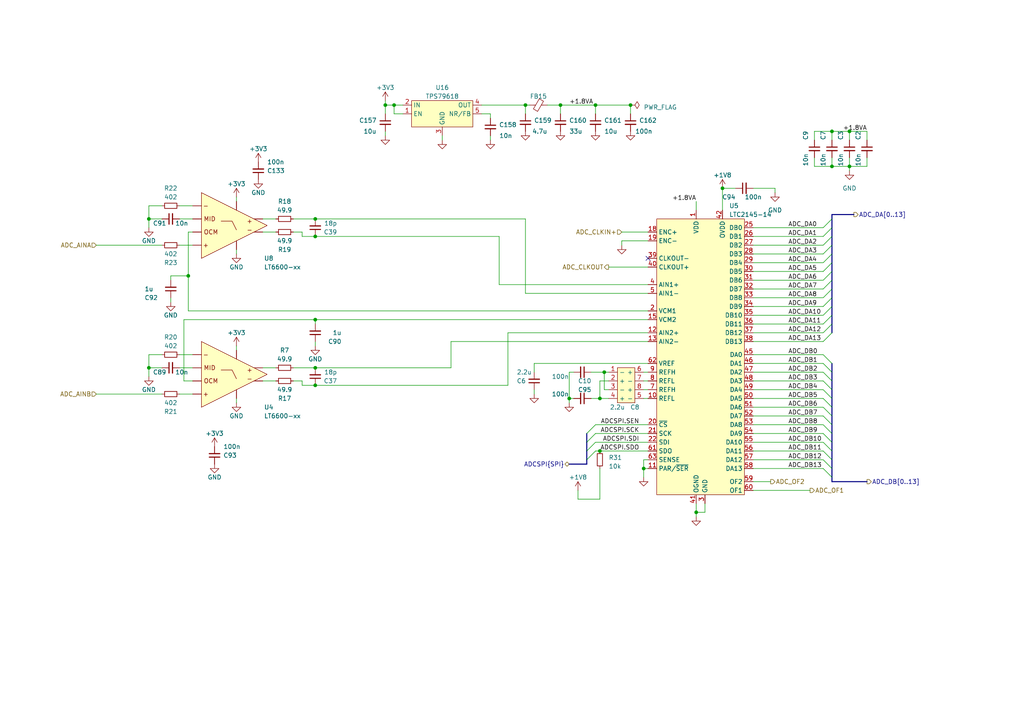
<source format=kicad_sch>
(kicad_sch (version 20250114) (generator "eeschema") (generator_version "9.0")
  (paper "A4")
  (lib_symbols
    (symbol "BioMEMS:C_INTERDIGITATED"
      (property "Reference" "C" (at 1.27 2.54 0))
      (property "Value" "C_INTERDIGITATED" (at 0 0 0))
      (symbol "C_INTERDIGITATED_1_1"
        (rectangle (start -1.27 1.27) (end 3.81 -8.89) (fill (type background)))
        (pin passive line (at -3.81 0 0) (length 2.54) (name "-") (number "1"))
        (pin passive line (at -3.81 -2.54 0) (length 2.54) (name "+") (number "2"))
        (pin passive line (at -3.81 -5.08 0) (length 2.54) (name "-") (number "3"))
        (pin passive line (at -3.81 -7.62 0) (length 2.54) (name "+") (number "4"))
        (pin passive line (at 6.35 0 180) (length 2.54) (name "+") (number "6"))
        (pin passive line (at 6.35 -2.54 180) (length 2.54) (name "-") (number "7"))
        (pin passive line (at 6.35 -5.08 180) (length 2.54) (name "+") (number "8"))
        (pin passive line (at 6.35 -7.62 180) (length 2.54) (name "-") (number "5"))
      )
    )
    (symbol "BioMEMS:LT6600-xx"
      (property "Reference" "U" (at -10.16 7.62 0))
      (property "Value" "LT6600-xx" (at -7.62 -12.065 0))
      (symbol "LT6600-xx_0_1"
        (polyline (pts (xy -0.635 0.635) (xy 2.54 0.635) (xy 3.81 -1.905)))
      )
      (symbol "LT6600-xx_1_1"
        (polyline (pts (xy -6.35 8.89) (xy 12.7 -0.635) (xy -6.35 -10.16) (xy -6.35 8.89)) (fill (type background)))
        (text "MID" (at -5.715 1.27 0) (effects (font (size 1.27 1.27)) (justify left)))
        (text "OCM" (at -5.715 -2.54 0) (effects (font (size 1.27 1.27)) (justify left)))
        (text "-" (at -5.08 5.08 0) (effects (font (size 1.27 1.27))))
        (text "+" (at -5.08 -6.35 0) (effects (font (size 1.27 1.27))))
        (text "+" (at 7.62 0.635 0) (effects (font (size 1.27 1.27))))
        (text "-" (at 7.62 -1.905 0) (effects (font (size 1.27 1.27))))
        (pin input line (at -8.89 5.08 0) (length 2.54) (name "IN-") (number "1"))
        (pin input line (at -8.89 1.27 0) (length 2.54) (name "V_MID") (number "7"))
        (pin input line (at -8.89 -2.54 0) (length 2.54) (name "V_OCM") (number "2"))
        (pin input line (at -8.89 -6.35 0) (length 2.54) (name "IN+") (number "8"))
        (pin input line (at 3.81 6.35 270) (length 2.54) (name "V+") (number "3"))
        (pin input line (at 3.81 -7.62 90) (length 2.54) (name "V-") (number "6"))
        (pin output line (at 11.43 1.27 180) (length 2.54) (name "OUT+") (number "4"))
        (pin output line (at 11.43 -2.54 180) (length 2.54) (name "OUT-") (number "5"))
      )
    )
    (symbol "BioMEMS:LTC2145-14"
      (property "Reference" "U" (at 0 0 0))
      (property "Value" "LTC2145-14" (at 0 0 0))
      (symbol "LTC2145-14_1_1"
        (rectangle (start -11.43 34.29) (end 13.97 -45.72) (fill (type background)))
        (pin input line (at -13.97 30.48 0) (length 2.54) (name "ENC+") (number "18"))
        (pin input line (at -13.97 27.94 0) (length 2.54) (name "ENC-") (number "19"))
        (pin output line (at -13.97 22.86 0) (length 2.54) (name "CLKOUT-") (number "39"))
        (pin output line (at -13.97 20.32 0) (length 2.54) (name "CLKOUT+") (number "40"))
        (pin input line (at -13.97 15.24 0) (length 2.54) (name "AIN1+") (number "4"))
        (pin input line (at -13.97 12.7 0) (length 2.54) (name "AIN1-") (number "5"))
        (pin output line (at -13.97 7.62 0) (length 2.54) (name "VCM1") (number "2"))
        (pin output line (at -13.97 5.08 0) (length 2.54) (name "VCM2") (number "15"))
        (pin input line (at -13.97 1.27 0) (length 2.54) (name "AIN2+") (number "12"))
        (pin input line (at -13.97 -1.27 0) (length 2.54) (name "AIN2-") (number "13"))
        (pin output line (at -13.97 -7.62 0) (length 2.54) (name "VREF") (number "62"))
        (pin output line (at -13.97 -10.16 0) (length 2.54) (name "REFH") (number "9"))
        (pin output line (at -13.97 -12.7 0) (length 2.54) (name "REFL") (number "8"))
        (pin output line (at -13.97 -15.24 0) (length 2.54) (name "REFH") (number "7"))
        (pin output line (at -13.97 -17.78 0) (length 2.54) (name "REFL") (number "10"))
        (pin input line (at -13.97 -25.4 0) (length 2.54) (name "~{CS}") (number "20"))
        (pin input line (at -13.97 -27.94 0) (length 2.54) (name "SCK") (number "21"))
        (pin input line (at -13.97 -30.48 0) (length 2.54) (name "SDI") (number "22"))
        (pin output line (at -13.97 -33.02 0) (length 2.54) (name "SDO") (number "61"))
        (pin input line (at -13.97 -35.56 0) (length 2.54) (name "SENSE") (number "63"))
        (pin input line (at -13.97 -38.1 0) (length 2.54) (name "PAR/~{SER}") (number "11"))
        (pin no_connect line (at -1.27 -10.16 180) (length 0) (hide yes) (name "NC") (number "23"))
        (pin no_connect line (at -1.27 -11.43 180) (length 0) (hide yes) (name "NC") (number "24"))
        (pin no_connect line (at -1.27 -16.51 180) (length 0) (hide yes) (name "NC") (number "43"))
        (pin no_connect line (at -1.27 -17.78 180) (length 0) (hide yes) (name "NC") (number "44"))
        (pin power_in line (at 0 36.83 270) (length 2.54) (name "VDD") (number "1"))
        (pin passive line (at 0 36.83 180) (length 0) (hide yes) (name "VDD") (number "16"))
        (pin passive line (at 0 36.83 180) (length 0) (hide yes) (name "VDD") (number "17"))
        (pin passive line (at 0 36.83 180) (length 0) (hide yes) (name "VDD") (number "64"))
        (pin power_in line (at 0 -48.26 90) (length 2.54) (name "OGND") (number "41"))
        (pin passive line (at 2.54 -48.26 180) (length 0) (hide yes) (name "GND") (number "14"))
        (pin power_in line (at 2.54 -48.26 90) (length 2.54) (name "GND") (number "3"))
        (pin passive line (at 2.54 -48.26 180) (length 0) (hide yes) (name "GND") (number "6"))
        (pin passive line (at 2.54 -48.26 180) (length 0) (hide yes) (name "GND") (number "65"))
        (pin power_in line (at 7.62 36.83 270) (length 2.54) (name "OVDD") (number "42"))
        (pin output line (at 16.51 31.75 180) (length 2.54) (name "DB0") (number "25"))
        (pin output line (at 16.51 29.21 180) (length 2.54) (name "DB1") (number "26"))
        (pin output line (at 16.51 26.67 180) (length 2.54) (name "DB2") (number "27"))
        (pin output line (at 16.51 24.13 180) (length 2.54) (name "DB3") (number "28"))
        (pin output line (at 16.51 21.59 180) (length 2.54) (name "DB4") (number "29"))
        (pin output line (at 16.51 19.05 180) (length 2.54) (name "DB5") (number "30"))
        (pin output line (at 16.51 16.51 180) (length 2.54) (name "DB6") (number "31"))
        (pin output line (at 16.51 13.97 180) (length 2.54) (name "DB7") (number "32"))
        (pin output line (at 16.51 11.43 180) (length 2.54) (name "DB8") (number "33"))
        (pin output line (at 16.51 8.89 180) (length 2.54) (name "DB9") (number "34"))
        (pin output line (at 16.51 6.35 180) (length 2.54) (name "DB10") (number "35"))
        (pin output line (at 16.51 3.81 180) (length 2.54) (name "DB11") (number "36"))
        (pin output line (at 16.51 1.27 180) (length 2.54) (name "DB12") (number "37"))
        (pin output line (at 16.51 -1.27 180) (length 2.54) (name "DB13") (number "38"))
        (pin output line (at 16.51 -5.08 180) (length 2.54) (name "DA0") (number "45"))
        (pin output line (at 16.51 -7.62 180) (length 2.54) (name "DA1") (number "46"))
        (pin output line (at 16.51 -10.16 180) (length 2.54) (name "DA2") (number "47"))
        (pin output line (at 16.51 -12.7 180) (length 2.54) (name "DA3") (number "48"))
        (pin output line (at 16.51 -15.24 180) (length 2.54) (name "DA4") (number "49"))
        (pin output line (at 16.51 -17.78 180) (length 2.54) (name "DA5") (number "50"))
        (pin output line (at 16.51 -20.32 180) (length 2.54) (name "DA6") (number "51"))
        (pin output line (at 16.51 -22.86 180) (length 2.54) (name "DA7") (number "52"))
        (pin output line (at 16.51 -25.4 180) (length 2.54) (name "DA8") (number "53"))
        (pin output line (at 16.51 -27.94 180) (length 2.54) (name "DA9") (number "54"))
        (pin output line (at 16.51 -30.48 180) (length 2.54) (name "DA10") (number "55"))
        (pin output line (at 16.51 -33.02 180) (length 2.54) (name "DA11") (number "56"))
        (pin output line (at 16.51 -35.56 180) (length 2.54) (name "DA12") (number "57"))
        (pin output line (at 16.51 -38.1 180) (length 2.54) (name "DA13") (number "58"))
        (pin output line (at 16.51 -41.91 180) (length 2.54) (name "OF2") (number "59"))
        (pin output line (at 16.51 -44.45 180) (length 2.54) (name "OF1") (number "60"))
      )
    )
    (symbol "BioMEMS:TPS79618"
      (property "Reference" "U" (at -1.27 1.27 0))
      (property "Value" "TPS79618" (at 0 0 0))
      (symbol "TPS79618_1_1"
        (rectangle (start -5.08 0) (end 12.7 -7.62) (fill (type background)))
        (pin power_in line (at -7.62 -1.27 0) (length 2.54) (name "IN") (number "2"))
        (pin input line (at -7.62 -3.81 0) (length 2.54) (name "EN") (number "1"))
        (pin power_in line (at 3.81 -10.16 90) (length 2.54) (name "GND") (number "3"))
        (pin passive line (at 3.81 -10.16 180) (length 0) (hide yes) (name "GND") (number "6"))
        (pin power_out line (at 15.24 -1.27 180) (length 2.54) (name "OUT") (number "4"))
        (pin passive line (at 15.24 -3.81 180) (length 2.54) (name "NR/FB") (number "5"))
      )
    )
    (symbol "Device:C_Small" (pin_numbers (hide yes)) (pin_names (offset 0.254) (hide yes))
      (property "Reference" "C" (at 0.254 1.778 0))
      (property "Value" "C_Small" (at 0.254 -2.032 0))
      (symbol "C_Small_0_1"
        (polyline (pts (xy -1.524 0.508) (xy 1.524 0.508)) (stroke (width 0.3048)))
        (polyline (pts (xy -1.524 -0.508) (xy 1.524 -0.508)) (stroke (width 0.3302)))
      )
      (symbol "C_Small_1_1"
        (pin passive line (at 0 2.54 270) (length 2.032) (name "~") (number "1"))
        (pin passive line (at 0 -2.54 90) (length 2.032) (name "~") (number "2"))
      )
    )
    (symbol "Device:FerriteBead_Small" (pin_numbers (hide yes)) (pin_names (offset 0))
      (property "Reference" "FB" (at 1.905 1.27 0))
      (property "Value" "FerriteBead_Small" (at 1.905 -1.27 0))
      (symbol "FerriteBead_Small_0_1"
        (polyline (pts (xy -1.8288 0.2794) (xy -1.1176 1.4986) (xy 1.8288 -0.2032) (xy 1.1176 -1.4224) (xy -1.8288 0.2794)))
        (polyline (pts (xy 0 0.889) (xy 0 1.2954)))
        (polyline (pts (xy 0 -1.27) (xy 0 -0.7874)))
      )
      (symbol "FerriteBead_Small_1_1"
        (pin passive line (at 0 2.54 270) (length 1.27) (name "~") (number "1"))
        (pin passive line (at 0 -2.54 90) (length 1.27) (name "~") (number "2"))
      )
    )
    (symbol "Device:R_Small" (pin_numbers (hide yes)) (pin_names (offset 0.254) (hide yes))
      (property "Reference" "R" (at 0.762 0.508 0))
      (property "Value" "R_Small" (at 0.762 -1.016 0))
      (symbol "R_Small_0_1"
        (rectangle (start -0.762 1.778) (end 0.762 -1.778) (stroke (width 0.2032)))
      )
      (symbol "R_Small_1_1"
        (pin passive line (at 0 2.54 270) (length 0.762) (name "~") (number "1"))
        (pin passive line (at 0 -2.54 90) (length 0.762) (name "~") (number "2"))
      )
    )
    (symbol "power:+1V8" (power) (pin_names (offset 0))
      (property "Value" "+1V8" (at 0 3.556 0))
      (symbol "+1V8_0_1"
        (polyline (pts (xy -0.762 1.27) (xy 0 2.54)))
        (polyline (pts (xy 0 2.54) (xy 0.762 1.27)))
        (polyline (pts (xy 0 0) (xy 0 2.54)))
      )
      (symbol "+1V8_1_1"
        (pin power_in line (at 0 0 90) (length 0) (hide yes) (name "+1V8") (number "1"))
      )
    )
    (symbol "power:+3V3" (power) (pin_names (offset 0))
      (property "Value" "+3V3" (at 0 3.556 0))
      (symbol "+3V3_0_1"
        (polyline (pts (xy -0.762 1.27) (xy 0 2.54)))
        (polyline (pts (xy 0 2.54) (xy 0.762 1.27)))
        (polyline (pts (xy 0 0) (xy 0 2.54)))
      )
      (symbol "+3V3_1_1"
        (pin power_in line (at 0 0 90) (length 0) (hide yes) (name "+3V3") (number "1"))
      )
    )
    (symbol "power:GND" (power) (pin_names (offset 0))
      (property "Value" "GND" (at 0 -3.81 0))
      (symbol "GND_0_1"
        (polyline (pts (xy 0 0) (xy 0 -1.27) (xy 1.27 -1.27) (xy 0 -2.54) (xy -1.27 -1.27) (xy 0 -1.27)))
      )
      (symbol "GND_1_1"
        (pin power_in line (at 0 0 270) (length 0) (hide yes) (name "GND") (number "1"))
      )
    )
    (symbol "power:PWR_FLAG" (power) (pin_numbers (hide yes)) (pin_names (offset 0) (hide yes))
      (property "Value" "PWR_FLAG" (at 0 3.81 0))
      (symbol "PWR_FLAG_0_0"
        (pin power_out line (at 0 0 90) (length 0) (name "pwr") (number "1"))
      )
      (symbol "PWR_FLAG_0_1"
        (polyline (pts (xy 0 0) (xy 0 1.27) (xy -1.016 1.905) (xy 0 2.54) (xy 1.016 1.905) (xy 0 1.27)))
      )
    )
  )
  (bus_alias "SPI" (members "SDI" "SDO" "SCK" "SEN"))
  (junction (at 91.44 111.76))
  (junction (at 43.18 106.68))
  (junction (at 201.93 148.59))
  (junction (at 175.26 107.95))
  (junction (at 182.88 30.48))
  (junction (at 173.99 130.81))
  (junction (at 91.44 68.58))
  (junction (at 111.76 30.48))
  (junction (at 172.72 30.48))
  (junction (at 91.44 92.71))
  (junction (at 91.44 63.5))
  (junction (at 165.1 115.57))
  (junction (at 241.3 48.26))
  (junction (at 152.4 30.48))
  (junction (at 246.38 38.1))
  (junction (at 54.61 80.01))
  (junction (at 173.99 115.57))
  (junction (at 43.18 63.5))
  (junction (at 241.3 38.1))
  (junction (at 186.69 135.89))
  (junction (at 162.56 30.48))
  (junction (at 91.44 106.68))
  (junction (at 209.55 54.61))
  (junction (at 114.3 30.48))
  (junction (at 246.38 48.26))
  (no_connect (at 187.96 74.93))
  (bus_entry (at 241.3 130.81) (size -2.54 -2.54))
  (bus_entry (at 241.3 113.03) (size -2.54 -2.54))
  (bus_entry (at 238.76 96.52) (size 2.54 -2.54))
  (bus_entry (at 170.18 130.81) (size 2.54 -2.54))
  (bus_entry (at 241.3 123.19) (size -2.54 -2.54))
  (bus_entry (at 238.76 99.06) (size 2.54 -2.54))
  (bus_entry (at 241.3 138.43) (size -2.54 -2.54))
  (bus_entry (at 238.76 73.66) (size 2.54 -2.54))
  (bus_entry (at 170.18 128.27) (size 2.54 -2.54))
  (bus_entry (at 241.3 135.89) (size -2.54 -2.54))
  (bus_entry (at 238.76 66.04) (size 2.54 -2.54))
  (bus_entry (at 241.3 118.11) (size -2.54 -2.54))
  (bus_entry (at 238.76 91.44) (size 2.54 -2.54))
  (bus_entry (at 238.76 83.82) (size 2.54 -2.54))
  (bus_entry (at 241.3 133.35) (size -2.54 -2.54))
  (bus_entry (at 241.3 110.49) (size -2.54 -2.54))
  (bus_entry (at 238.76 88.9) (size 2.54 -2.54))
  (bus_entry (at 170.18 125.73) (size 2.54 -2.54))
  (bus_entry (at 238.76 76.2) (size 2.54 -2.54))
  (bus_entry (at 170.18 133.35) (size 2.54 -2.54))
  (bus_entry (at 241.3 105.41) (size -2.54 -2.54))
  (bus_entry (at 238.76 78.74) (size 2.54 -2.54))
  (bus_entry (at 238.76 81.28) (size 2.54 -2.54))
  (bus_entry (at 238.76 93.98) (size 2.54 -2.54))
  (bus_entry (at 238.76 71.12) (size 2.54 -2.54))
  (bus_entry (at 241.3 107.95) (size -2.54 -2.54))
  (bus_entry (at 241.3 128.27) (size -2.54 -2.54))
  (bus_entry (at 241.3 115.57) (size -2.54 -2.54))
  (bus_entry (at 241.3 120.65) (size -2.54 -2.54))
  (bus_entry (at 238.76 68.58) (size 2.54 -2.54))
  (bus_entry (at 238.76 86.36) (size 2.54 -2.54))
  (bus_entry (at 241.3 125.73) (size -2.54 -2.54))
  (bus (pts (xy 241.3 135.89) (xy 241.3 138.43)))
  (wire (pts (xy 186.69 110.49) (xy 187.96 110.49)))
  (bus (pts (xy 241.3 125.73) (xy 241.3 128.27)))
  (bus (pts (xy 241.3 73.66) (xy 241.3 71.12)))
  (bus (pts (xy 241.3 76.2) (xy 241.3 73.66)))
  (wire (pts (xy 201.93 146.05) (xy 201.93 148.59)))
  (wire (pts (xy 68.58 100.33) (xy 68.58 101.6)))
  (wire (pts (xy 167.64 142.24) (xy 167.64 144.78)))
  (bus (pts (xy 241.3 83.82) (xy 241.3 81.28)))
  (wire (pts (xy 187.96 69.85) (xy 180.34 69.85)))
  (wire (pts (xy 182.88 30.48) (xy 182.88 33.02)))
  (wire (pts (xy 68.58 57.15) (xy 68.58 58.42)))
  (wire (pts (xy 246.38 45.72) (xy 246.38 48.26)))
  (wire (pts (xy 236.22 38.1) (xy 236.22 40.64)))
  (wire (pts (xy 52.07 114.3) (xy 55.88 114.3)))
  (wire (pts (xy 224.79 55.88) (xy 224.79 54.61)))
  (wire (pts (xy 241.3 38.1) (xy 236.22 38.1)))
  (wire (pts (xy 130.81 99.06) (xy 187.96 99.06)))
  (wire (pts (xy 187.96 135.89) (xy 186.69 135.89)))
  (bus (pts (xy 241.3 81.28) (xy 241.3 78.74)))
  (wire (pts (xy 218.44 93.98) (xy 238.76 93.98)))
  (wire (pts (xy 43.18 63.5) (xy 46.99 63.5)))
  (wire (pts (xy 91.44 93.98) (xy 91.44 92.71)))
  (wire (pts (xy 204.47 146.05) (xy 204.47 148.59)))
  (wire (pts (xy 218.44 96.52) (xy 238.76 96.52)))
  (wire (pts (xy 158.75 30.48) (xy 162.56 30.48)))
  (wire (pts (xy 111.76 29.21) (xy 111.76 30.48)))
  (wire (pts (xy 187.96 105.41) (xy 154.94 105.41)))
  (wire (pts (xy 204.47 148.59) (xy 201.93 148.59)))
  (wire (pts (xy 54.61 80.01) (xy 54.61 90.17)))
  (wire (pts (xy 52.07 63.5) (xy 55.88 63.5)))
  (wire (pts (xy 218.44 91.44) (xy 238.76 91.44)))
  (wire (pts (xy 186.69 133.35) (xy 186.69 135.89)))
  (wire (pts (xy 153.67 30.48) (xy 152.4 30.48)))
  (wire (pts (xy 218.44 81.28) (xy 238.76 81.28)))
  (wire (pts (xy 46.99 59.69) (xy 43.18 59.69)))
  (wire (pts (xy 54.61 67.31) (xy 54.61 80.01)))
  (wire (pts (xy 43.18 106.68) (xy 46.99 106.68)))
  (wire (pts (xy 218.44 83.82) (xy 238.76 83.82)))
  (wire (pts (xy 49.53 81.28) (xy 49.53 80.01)))
  (wire (pts (xy 91.44 99.06) (xy 91.44 100.33)))
  (wire (pts (xy 173.99 110.49) (xy 173.99 115.57)))
  (wire (pts (xy 218.44 123.19) (xy 238.76 123.19)))
  (wire (pts (xy 246.38 48.26) (xy 246.38 49.53)))
  (bus (pts (xy 241.3 68.58) (xy 241.3 66.04)))
  (bus (pts (xy 247.65 62.23) (xy 241.3 62.23)))
  (wire (pts (xy 173.99 135.89) (xy 173.99 144.78)))
  (wire (pts (xy 139.7 30.48) (xy 152.4 30.48)))
  (bus (pts (xy 251.46 139.7) (xy 241.3 139.7)))
  (wire (pts (xy 87.63 67.31) (xy 87.63 68.58)))
  (wire (pts (xy 218.44 110.49) (xy 238.76 110.49)))
  (wire (pts (xy 172.72 30.48) (xy 172.72 33.02)))
  (wire (pts (xy 218.44 120.65) (xy 238.76 120.65)))
  (wire (pts (xy 52.07 59.69) (xy 55.88 59.69)))
  (wire (pts (xy 241.3 38.1) (xy 246.38 38.1)))
  (wire (pts (xy 218.44 71.12) (xy 238.76 71.12)))
  (bus (pts (xy 165.1 134.62) (xy 170.18 134.62)))
  (wire (pts (xy 241.3 38.1) (xy 241.3 40.64)))
  (wire (pts (xy 172.72 128.27) (xy 187.96 128.27)))
  (bus (pts (xy 241.3 110.49) (xy 241.3 113.03)))
  (wire (pts (xy 142.24 39.37) (xy 142.24 40.64)))
  (wire (pts (xy 142.24 34.29) (xy 142.24 33.02)))
  (wire (pts (xy 144.78 68.58) (xy 91.44 68.58)))
  (wire (pts (xy 52.07 102.87) (xy 55.88 102.87)))
  (wire (pts (xy 218.44 125.73) (xy 238.76 125.73)))
  (wire (pts (xy 130.81 99.06) (xy 130.81 106.68)))
  (wire (pts (xy 171.45 115.57) (xy 173.99 115.57)))
  (wire (pts (xy 49.53 86.36) (xy 49.53 87.63)))
  (wire (pts (xy 91.44 92.71) (xy 187.96 92.71)))
  (bus (pts (xy 241.3 113.03) (xy 241.3 115.57)))
  (wire (pts (xy 209.55 54.61) (xy 209.55 60.96)))
  (wire (pts (xy 172.72 30.48) (xy 182.88 30.48)))
  (bus (pts (xy 241.3 78.74) (xy 241.3 76.2)))
  (wire (pts (xy 175.26 113.03) (xy 176.53 113.03)))
  (wire (pts (xy 144.78 82.55) (xy 144.78 68.58)))
  (wire (pts (xy 218.44 66.04) (xy 238.76 66.04)))
  (bus (pts (xy 170.18 125.73) (xy 170.18 128.27)))
  (wire (pts (xy 251.46 38.1) (xy 246.38 38.1)))
  (wire (pts (xy 152.4 30.48) (xy 152.4 33.02)))
  (wire (pts (xy 27.94 114.3) (xy 46.99 114.3)))
  (wire (pts (xy 173.99 130.81) (xy 187.96 130.81)))
  (wire (pts (xy 175.26 107.95) (xy 175.26 113.03)))
  (wire (pts (xy 172.72 123.19) (xy 187.96 123.19)))
  (wire (pts (xy 166.37 107.95) (xy 165.1 107.95)))
  (wire (pts (xy 218.44 118.11) (xy 238.76 118.11)))
  (wire (pts (xy 218.44 105.41) (xy 238.76 105.41)))
  (wire (pts (xy 85.09 106.68) (xy 91.44 106.68)))
  (wire (pts (xy 111.76 38.1) (xy 111.76 39.37)))
  (wire (pts (xy 172.72 125.73) (xy 187.96 125.73)))
  (wire (pts (xy 187.96 77.47) (xy 176.53 77.47)))
  (wire (pts (xy 218.44 78.74) (xy 238.76 78.74)))
  (wire (pts (xy 43.18 106.68) (xy 43.18 109.22)))
  (bus (pts (xy 241.3 66.04) (xy 241.3 63.5)))
  (wire (pts (xy 116.84 30.48) (xy 114.3 30.48)))
  (wire (pts (xy 152.4 85.09) (xy 187.96 85.09)))
  (wire (pts (xy 173.99 144.78) (xy 167.64 144.78)))
  (bus (pts (xy 241.3 93.98) (xy 241.3 96.52)))
  (bus (pts (xy 241.3 118.11) (xy 241.3 120.65)))
  (wire (pts (xy 154.94 105.41) (xy 154.94 107.95)))
  (wire (pts (xy 114.3 30.48) (xy 111.76 30.48)))
  (wire (pts (xy 218.44 135.89) (xy 238.76 135.89)))
  (wire (pts (xy 246.38 38.1) (xy 246.38 40.64)))
  (wire (pts (xy 218.44 68.58) (xy 238.76 68.58)))
  (wire (pts (xy 165.1 107.95) (xy 165.1 115.57)))
  (bus (pts (xy 241.3 138.43) (xy 241.3 139.7)))
  (wire (pts (xy 162.56 30.48) (xy 172.72 30.48)))
  (wire (pts (xy 213.36 54.61) (xy 209.55 54.61)))
  (wire (pts (xy 218.44 128.27) (xy 238.76 128.27)))
  (wire (pts (xy 224.79 54.61) (xy 218.44 54.61)))
  (wire (pts (xy 46.99 102.87) (xy 43.18 102.87)))
  (wire (pts (xy 144.78 82.55) (xy 187.96 82.55)))
  (wire (pts (xy 85.09 67.31) (xy 87.63 67.31)))
  (wire (pts (xy 218.44 115.57) (xy 238.76 115.57)))
  (wire (pts (xy 165.1 115.57) (xy 166.37 115.57)))
  (bus (pts (xy 241.3 120.65) (xy 241.3 123.19)))
  (wire (pts (xy 218.44 133.35) (xy 238.76 133.35)))
  (bus (pts (xy 170.18 128.27) (xy 170.18 130.81)))
  (wire (pts (xy 218.44 76.2) (xy 238.76 76.2)))
  (wire (pts (xy 85.09 110.49) (xy 87.63 110.49)))
  (wire (pts (xy 76.2 110.49) (xy 80.01 110.49)))
  (wire (pts (xy 251.46 38.1) (xy 251.46 40.64)))
  (wire (pts (xy 128.27 39.37) (xy 128.27 40.64)))
  (bus (pts (xy 241.3 86.36) (xy 241.3 83.82)))
  (wire (pts (xy 142.24 33.02) (xy 139.7 33.02)))
  (bus (pts (xy 170.18 133.35) (xy 170.18 134.62)))
  (bus (pts (xy 241.3 91.44) (xy 241.3 93.98)))
  (wire (pts (xy 91.44 63.5) (xy 152.4 63.5)))
  (wire (pts (xy 43.18 63.5) (xy 43.18 66.04)))
  (wire (pts (xy 218.44 113.03) (xy 238.76 113.03)))
  (wire (pts (xy 68.58 115.57) (xy 68.58 116.84)))
  (wire (pts (xy 76.2 106.68) (xy 80.01 106.68)))
  (wire (pts (xy 251.46 45.72) (xy 251.46 48.26)))
  (wire (pts (xy 218.44 142.24) (xy 234.95 142.24)))
  (wire (pts (xy 85.09 63.5) (xy 91.44 63.5)))
  (wire (pts (xy 186.69 107.95) (xy 187.96 107.95)))
  (wire (pts (xy 55.88 67.31) (xy 54.61 67.31)))
  (wire (pts (xy 176.53 107.95) (xy 175.26 107.95)))
  (wire (pts (xy 218.44 139.7) (xy 223.52 139.7)))
  (wire (pts (xy 114.3 33.02) (xy 116.84 33.02)))
  (bus (pts (xy 241.3 71.12) (xy 241.3 68.58)))
  (wire (pts (xy 52.07 106.68) (xy 55.88 106.68)))
  (wire (pts (xy 49.53 80.01) (xy 54.61 80.01)))
  (wire (pts (xy 27.94 71.12) (xy 46.99 71.12)))
  (bus (pts (xy 241.3 105.41) (xy 241.3 107.95)))
  (bus (pts (xy 241.3 130.81) (xy 241.3 133.35)))
  (bus (pts (xy 241.3 88.9) (xy 241.3 86.36)))
  (wire (pts (xy 241.3 45.72) (xy 241.3 48.26)))
  (wire (pts (xy 218.44 88.9) (xy 238.76 88.9)))
  (wire (pts (xy 201.93 58.42) (xy 201.93 60.96)))
  (wire (pts (xy 218.44 107.95) (xy 238.76 107.95)))
  (wire (pts (xy 187.96 133.35) (xy 186.69 133.35)))
  (wire (pts (xy 173.99 115.57) (xy 176.53 115.57)))
  (bus (pts (xy 241.3 123.19) (xy 241.3 125.73)))
  (wire (pts (xy 55.88 110.49) (xy 53.34 110.49)))
  (wire (pts (xy 218.44 99.06) (xy 238.76 99.06)))
  (wire (pts (xy 152.4 85.09) (xy 152.4 63.5)))
  (wire (pts (xy 91.44 106.68) (xy 130.81 106.68)))
  (wire (pts (xy 76.2 67.31) (xy 80.01 67.31)))
  (bus (pts (xy 241.3 128.27) (xy 241.3 130.81)))
  (wire (pts (xy 52.07 71.12) (xy 55.88 71.12)))
  (wire (pts (xy 53.34 110.49) (xy 53.34 92.71)))
  (wire (pts (xy 114.3 30.48) (xy 114.3 33.02)))
  (wire (pts (xy 241.3 48.26) (xy 246.38 48.26)))
  (bus (pts (xy 241.3 91.44) (xy 241.3 88.9)))
  (wire (pts (xy 186.69 113.03) (xy 187.96 113.03)))
  (wire (pts (xy 241.3 48.26) (xy 236.22 48.26)))
  (wire (pts (xy 236.22 45.72) (xy 236.22 48.26)))
  (wire (pts (xy 147.32 96.52) (xy 147.32 111.76)))
  (wire (pts (xy 180.34 69.85) (xy 180.34 71.12)))
  (wire (pts (xy 111.76 30.48) (xy 111.76 33.02)))
  (wire (pts (xy 147.32 96.52) (xy 187.96 96.52)))
  (wire (pts (xy 218.44 86.36) (xy 238.76 86.36)))
  (bus (pts (xy 241.3 133.35) (xy 241.3 135.89)))
  (wire (pts (xy 176.53 110.49) (xy 173.99 110.49)))
  (wire (pts (xy 180.34 67.31) (xy 187.96 67.31)))
  (wire (pts (xy 91.44 111.76) (xy 147.32 111.76)))
  (wire (pts (xy 201.93 148.59) (xy 201.93 149.86)))
  (wire (pts (xy 162.56 30.48) (xy 162.56 33.02)))
  (wire (pts (xy 172.72 130.81) (xy 173.99 130.81)))
  (bus (pts (xy 241.3 63.5) (xy 241.3 62.23)))
  (wire (pts (xy 53.34 92.71) (xy 91.44 92.71)))
  (wire (pts (xy 87.63 111.76) (xy 91.44 111.76)))
  (wire (pts (xy 43.18 102.87) (xy 43.18 106.68)))
  (wire (pts (xy 186.69 135.89) (xy 186.69 138.43)))
  (wire (pts (xy 165.1 115.57) (xy 165.1 116.84)))
  (bus (pts (xy 241.3 107.95) (xy 241.3 110.49)))
  (wire (pts (xy 251.46 48.26) (xy 246.38 48.26)))
  (wire (pts (xy 54.61 90.17) (xy 187.96 90.17)))
  (bus (pts (xy 241.3 115.57) (xy 241.3 118.11)))
  (wire (pts (xy 186.69 115.57) (xy 187.96 115.57)))
  (wire (pts (xy 171.45 107.95) (xy 175.26 107.95)))
  (wire (pts (xy 87.63 110.49) (xy 87.63 111.76)))
  (wire (pts (xy 218.44 73.66) (xy 238.76 73.66)))
  (wire (pts (xy 218.44 102.87) (xy 238.76 102.87)))
  (wire (pts (xy 154.94 113.03) (xy 154.94 114.3)))
  (wire (pts (xy 68.58 72.39) (xy 68.58 73.66)))
  (wire (pts (xy 76.2 63.5) (xy 80.01 63.5)))
  (wire (pts (xy 218.44 130.81) (xy 238.76 130.81)))
  (wire (pts (xy 87.63 68.58) (xy 91.44 68.58)))
  (wire (pts (xy 43.18 59.69) (xy 43.18 63.5)))
  (bus (pts (xy 170.18 130.81) (xy 170.18 133.35)))
  (label "ADC_DB9" (at 228.6 125.73 0))
  (label "ADC_DB5" (at 228.6 115.57 0))
  (label "ADC_DB6" (at 228.6 118.11 0))
  (label "ADC_DB1" (at 228.6 105.41 0))
  (label "ADC_DA4" (at 228.6 76.2 0))
  (label "ADC_DA5" (at 228.6 78.74 0))
  (label "ADC_DA2" (at 228.6 71.12 0))
  (label "ADC_DA10" (at 228.6 91.44 0))
  (label "ADC_DB12" (at 228.6 133.35 0))
  (label "ADC_DB8" (at 228.6 123.19 0))
  (label "ADC_DA0" (at 228.6 66.04 0))
  (label "ADC_DA6" (at 228.6 81.28 0))
  (label "ADC_DB0" (at 228.6 102.87 0))
  (label "ADCSPI.SDO" (at 185.42 130.81 180))
  (label "ADC_DB3" (at 228.6 110.49 0))
  (label "ADCSPI.SCK" (at 185.42 125.73 180))
  (label "ADC_DA3" (at 228.6 73.66 0))
  (label "ADC_DB10" (at 228.6 128.27 0))
  (label "ADC_DB11" (at 228.6 130.81 0))
  (label "ADC_DA8" (at 228.6 86.36 0))
  (label "ADC_DB4" (at 228.6 113.03 0))
  (label "ADC_DB7" (at 228.6 120.65 0))
  (label "ADC_DB13" (at 228.6 135.89 0))
  (label "ADC_DA7" (at 228.6 83.82 0))
  (label "ADCSPI.SDI" (at 185.42 128.27 180))
  (label "ADC_DA12" (at 228.6 96.52 0))
  (label "+1.8VA" (at 165.1 30.48 0))
  (label "ADCSPI.SEN" (at 185.42 123.19 180))
  (label "ADC_DB2" (at 228.6 107.95 0))
  (label "ADC_DA11" (at 228.6 93.98 0))
  (label "ADC_DA13" (at 228.6 99.06 0))
  (label "+1.8VA" (at 251.46 38.1 180))
  (label "ADC_DA1" (at 228.6 68.58 0))
  (label "+1.8VA" (at 201.93 58.42 180))
  (label "ADC_DA9" (at 228.6 88.9 0))
  (hierarchical_label "ADC_AINB" (shape input) (at 27.94 114.3 180))
  (hierarchical_label "ADC_DB[0..13]" (shape output) (at 251.46 139.7 0))
  (hierarchical_label "ADCSPI{SPI}" (shape bidirectional) (at 165.1 134.62 180))
  (hierarchical_label "ADC_CLKOUT" (shape output) (at 176.53 77.47 180))
  (hierarchical_label "ADC_AINA" (shape input) (at 27.94 71.12 180))
  (hierarchical_label "ADC_OF1" (shape output) (at 234.95 142.24 0))
  (hierarchical_label "ADC_DA[0..13]" (shape output) (at 247.65 62.23 0))
  (hierarchical_label "ADC_CLKIN+" (shape input) (at 180.34 67.31 180))
  (hierarchical_label "ADC_OF2" (shape output) (at 223.52 139.7 0))
  (symbol (lib_id "Device:C_Small") (at 91.44 109.22 180) (unit 1)
    (property "Reference" "C37" (at 97.79 110.49 0) (effects (justify left)))
    (property "Value" "18p" (at 97.79 107.95 0) (effects (justify left)))
    (property "Footprint" "Capacitor_SMD:C_0603_1608Metric" (effects (hide yes)))
  )
  (symbol (lib_id "Device:C_Small") (at 182.88 35.56 0) (mirror y) (unit 1)
    (property "Reference" "C162" (at 190.5 34.925 0) (effects (justify left)))
    (property "Value" "100n" (at 189.23 38.1 0) (effects (justify left)))
    (property "Footprint" "Capacitor_SMD:C_0603_1608Metric" (effects (hide yes)))
    (instances (project "MR-Core" (path "" (reference "C162") (unit 1))) (project "DDS" (path "" (reference "C48") (unit 1))))
  )
  (symbol (lib_id "Device:C_Small") (at 49.53 63.5 90) (unit 1)
    (property "Reference" "C91" (at 48.26 64.77 90) (effects (justify left)))
    (property "Value" "10n" (at 54.61 64.77 90) (effects (justify left)))
    (property "Footprint" "Capacitor_SMD:C_0603_1608Metric" (effects (hide yes)))
  )
  (symbol (lib_id "power:GND") (at 186.69 138.43 0) (mirror y) (unit 1)
    (property "Reference" "#PWR036" (effects (hide yes)))
    (property "Value" "GND" (effects (hide yes)))
  )
  (symbol (lib_id "Device:C_Small") (at 74.93 49.53 0) (mirror x) (unit 1)
    (property "Reference" "C133" (at 77.47 49.53 0) (effects (justify left)))
    (property "Value" "100n" (at 77.47 46.99 0) (effects (justify left)))
    (property "Footprint" "Capacitor_SMD:C_0603_1608Metric" (effects (hide yes)))
  )
  (symbol (lib_id "Device:C_Small") (at 142.24 36.83 0) (mirror y) (unit 1)
    (property "Reference" "C158" (at 149.86 36.195 0) (effects (justify left)))
    (property "Value" "10n" (at 148.59 39.37 0) (effects (justify left)))
    (property "Footprint" "Capacitor_SMD:C_0603_1608Metric" (effects (hide yes)))
    (instances (project "MR-Core" (path "" (reference "C158") (unit 1))) (project "DDS" (path "" (reference "C48") (unit 1))))
  )
  (symbol (lib_id "power:GND") (at 68.58 116.84 0) (mirror y) (unit 1)
    (property "Reference" "#PWR034" (effects (hide yes)))
    (property "Value" "GND" (at 68.58 120.65 0))
  )
  (symbol (lib_id "Device:C_Small") (at 152.4 35.56 0) (mirror y) (unit 1)
    (property "Reference" "C159" (at 160.02 34.925 0) (effects (justify left)))
    (property "Value" "4.7u" (at 158.75 38.1 0) (effects (justify left)))
    (property "Footprint" "Capacitor_SMD:C_0603_1608Metric" (effects (hide yes)))
    (instances (project "MR-Core" (path "" (reference "C159") (unit 1))) (project "DDS" (path "" (reference "C48") (unit 1))))
  )
  (symbol (lib_id "Device:C_Small") (at 162.56 35.56 0) (mirror y) (unit 1)
    (property "Reference" "C160" (at 170.18 34.925 0) (effects (justify left)))
    (property "Value" "33u" (at 168.91 38.1 0) (effects (justify left)))
    (property "Footprint" "Capacitor_SMD:C_0603_1608Metric" (effects (hide yes)))
    (instances (project "MR-Core" (path "" (reference "C160") (unit 1))) (project "DDS" (path "" (reference "C48") (unit 1))))
  )
  (symbol (lib_id "Device:C_Small") (at 246.38 43.18 0) (mirror y) (unit 1)
    (property "Reference" "C3" (at 243.84 40.64 90) (effects (justify left)))
    (property "Value" "10n" (at 243.84 48.26 90) (effects (justify left)))
    (property "Footprint" "Capacitor_SMD:C_0603_1608Metric" (effects (hide yes)))
  )
  (symbol (lib_id "Device:R_Small") (at 49.53 59.69 90) (unit 1)
    (property "Reference" "R22" (at 49.53 54.61 90))
    (property "Value" "402" (at 49.53 57.15 90))
    (property "Footprint" "Resistor_SMD:R_0603_1608Metric" (effects (hide yes)))
  )
  (symbol (lib_id "Device:C_Small") (at 62.23 132.08 0) (mirror x) (unit 1)
    (property "Reference" "C93" (at 64.77 132.08 0) (effects (justify left)))
    (property "Value" "100n" (at 64.77 129.54 0) (effects (justify left)))
    (property "Footprint" "Capacitor_SMD:C_0603_1608Metric" (effects (hide yes)))
  )
  (symbol (lib_id "power:+1V8") (at 209.55 54.61 0) (unit 1)
    (property "Reference" "#PWR0299" (effects (hide yes)))
    (property "Value" "+1V8" (at 209.55 50.8 0))
  )
  (symbol (lib_id "Device:R_Small") (at 82.55 110.49 270) (unit 1)
    (property "Reference" "R17" (at 82.55 115.57 90))
    (property "Value" "49.9" (at 82.55 113.03 90))
    (property "Footprint" "Resistor_SMD:R_0603_1608Metric" (effects (hide yes)))
  )
  (symbol (lib_id "power:GND") (at 246.38 49.53 0) (unit 1)
    (property "Reference" "#PWR039" (effects (hide yes)))
    (property "Value" "GND" (at 246.38 54.61 0))
  )
  (symbol (lib_id "Device:C_Small") (at 241.3 43.18 0) (mirror y) (unit 1)
    (property "Reference" "C7" (at 238.76 40.64 90) (effects (justify left)))
    (property "Value" "10n" (at 238.76 48.26 90) (effects (justify left)))
    (property "Footprint" "Capacitor_SMD:C_0603_1608Metric" (effects (hide yes)))
  )
  (symbol (lib_id "power:GND") (at 111.76 39.37 0) (unit 1)
    (property "Reference" "#PWR085" (effects (hide yes)))
    (property "Value" "GND" (effects (hide yes)))
  )
  (symbol (lib_id "Device:C_Small") (at 91.44 96.52 180) (unit 1)
    (property "Reference" "C90" (at 99.06 99.06 0) (effects (justify left)))
    (property "Value" "1u" (at 99.06 96.52 0) (effects (justify left)))
    (property "Footprint" "Capacitor_SMD:C_0603_1608Metric" (effects (hide yes)))
  )
  (symbol (lib_id "power:GND") (at 162.56 38.1 0) (mirror y) (unit 1)
    (property "Reference" "#PWR0225" (effects (hide yes)))
    (property "Value" "GND" (effects (hide yes)))
  )
  (symbol (lib_id "power:+1V8") (at 167.64 142.24 0) (unit 1)
    (property "Reference" "#PWR0300" (effects (hide yes)))
    (property "Value" "+1V8" (at 167.64 138.43 0))
  )
  (symbol (lib_id "power:GND") (at 74.93 52.07 0) (mirror y) (unit 1)
    (property "Reference" "#PWR084" (effects (hide yes)))
    (property "Value" "GND" (at 74.93 55.88 0))
  )
  (symbol (lib_id "power:+3V3") (at 68.58 100.33 0) (mirror y) (unit 1)
    (property "Reference" "#PWR024" (effects (hide yes)))
    (property "Value" "+3V3" (at 68.58 96.52 0))
  )
  (symbol (lib_id "Device:C_Small") (at 111.76 35.56 0) (unit 1)
    (property "Reference" "C157" (at 104.14 34.925 0) (effects (justify left)))
    (property "Value" "10u" (at 105.41 38.1 0) (effects (justify left)))
    (property "Footprint" "Capacitor_SMD:C_0603_1608Metric" (effects (hide yes)))
    (instances (project "MR-Core" (path "" (reference "C157") (unit 1))) (project "DDS" (path "" (reference "C48") (unit 1))))
  )
  (symbol (lib_id "power:GND") (at 91.44 100.33 0) (mirror y) (unit 1)
    (property "Reference" "#PWR040" (effects (hide yes)))
    (property "Value" "GND" (at 91.44 104.14 0))
  )
  (symbol (lib_id "Device:R_Small") (at 173.99 133.35 0) (unit 1)
    (property "Reference" "R31" (at 176.53 132.715 0) (effects (justify left)))
    (property "Value" "10k" (at 176.53 135.255 0) (effects (justify left)))
    (property "Footprint" "Resistor_SMD:R_0603_1608Metric" (effects (hide yes)))
  )
  (symbol (lib_id "power:GND") (at 152.4 38.1 0) (mirror y) (unit 1)
    (property "Reference" "#PWR0224" (effects (hide yes)))
    (property "Value" "GND" (effects (hide yes)))
  )
  (symbol (lib_id "Device:C_Small") (at 215.9 54.61 90) (mirror x) (unit 1)
    (property "Reference" "C94" (at 213.36 57.15 90) (effects (justify left)))
    (property "Value" "100n" (at 220.98 57.15 90) (effects (justify left)))
    (property "Footprint" "Capacitor_SMD:C_0603_1608Metric" (effects (hide yes)))
  )
  (symbol (lib_id "BioMEMS:LT6600-xx") (at 64.77 64.77 0) (unit 1)
    (property "Reference" "U8" (at 76.5811 74.93 0) (effects (justify left)))
    (property "Value" "LT6600-xx" (at 76.5811 77.47 0) (effects (justify left)))
    (property "Footprint" "Package_SO:SO-8_3.9x4.9mm_P1.27mm" (effects (hide yes)))
    (property "Datasheet" "https://www.analog.com/media/en/technical-documentation/data-sheets/66001fe.pdf" (effects (hide yes)))
  )
  (symbol (lib_id "BioMEMS:C_INTERDIGITATED") (at 180.34 107.95 0) (unit 1)
    (property "Reference" "C8" (at 184.15 118.11 0))
    (property "Value" "2.2u" (at 179.07 118.11 0))
    (property "Footprint" "BioMEMS:0508_C_INTERDIGITATED" (effects (hide yes)))
    (property "MPN" "W2L14Z225MAT1S" (effects (hide yes)))
  )
  (symbol (lib_id "power:GND") (at 62.23 134.62 0) (mirror y) (unit 1)
    (property "Reference" "#PWR080" (effects (hide yes)))
    (property "Value" "GND" (at 62.23 138.43 0))
  )
  (symbol (lib_id "Device:R_Small") (at 49.53 102.87 90) (unit 1)
    (property "Reference" "R20" (at 49.53 97.79 90))
    (property "Value" "402" (at 49.53 100.33 90))
    (property "Footprint" "Resistor_SMD:R_0603_1608Metric" (effects (hide yes)))
  )
  (symbol (lib_id "power:+3V3") (at 111.76 29.21 0) (mirror y) (unit 1)
    (property "Reference" "#PWR0260" (effects (hide yes)))
    (property "Value" "+3V3" (at 111.76 25.4 0))
  )
  (symbol (lib_id "Device:C_Small") (at 251.46 43.18 0) (mirror y) (unit 1)
    (property "Reference" "C2" (at 248.92 40.64 90) (effects (justify left)))
    (property "Value" "10n" (at 248.92 48.26 90) (effects (justify left)))
    (property "Footprint" "Capacitor_SMD:C_0603_1608Metric" (effects (hide yes)))
  )
  (symbol (lib_id "Device:C_Small") (at 49.53 106.68 90) (unit 1)
    (property "Reference" "C89" (at 48.26 107.95 90) (effects (justify left)))
    (property "Value" "10n" (at 54.61 107.95 90) (effects (justify left)))
    (property "Footprint" "Capacitor_SMD:C_0603_1608Metric" (effects (hide yes)))
  )
  (symbol (lib_id "power:+3V3") (at 62.23 129.54 0) (mirror y) (unit 1)
    (property "Reference" "#PWR082" (effects (hide yes)))
    (property "Value" "+3V3" (at 62.23 125.73 0))
  )
  (symbol (lib_id "Device:C_Small") (at 236.22 43.18 0) (mirror y) (unit 1)
    (property "Reference" "C9" (at 233.68 40.64 90) (effects (justify left)))
    (property "Value" "10n" (at 233.68 48.26 90) (effects (justify left)))
    (property "Footprint" "Capacitor_SMD:C_0603_1608Metric" (effects (hide yes)))
  )
  (symbol (lib_id "BioMEMS:LT6600-xx") (at 64.77 107.95 0) (unit 1)
    (property "Reference" "U4" (at 76.5811 118.11 0) (effects (justify left)))
    (property "Value" "LT6600-xx" (at 76.5811 120.65 0) (effects (justify left)))
    (property "Footprint" "Package_SO:SO-8_3.9x4.9mm_P1.27mm" (effects (hide yes)))
    (property "Datasheet" "https://www.analog.com/media/en/technical-documentation/data-sheets/66001fe.pdf" (effects (hide yes)))
  )
  (symbol (lib_id "power:GND") (at 154.94 114.3 0) (mirror y) (unit 1)
    (property "Reference" "#PWR042" (effects (hide yes)))
    (property "Value" "GND" (effects (hide yes)))
  )
  (symbol (lib_id "Device:C_Small") (at 91.44 66.04 180) (unit 1)
    (property "Reference" "C39" (at 97.79 67.31 0) (effects (justify left)))
    (property "Value" "18p" (at 97.79 64.77 0) (effects (justify left)))
    (property "Footprint" "Capacitor_SMD:C_0603_1608Metric" (effects (hide yes)))
  )
  (symbol (lib_id "Device:R_Small") (at 82.55 106.68 90) (unit 1)
    (property "Reference" "R7" (at 82.55 101.6 90))
    (property "Value" "49.9" (at 82.55 104.14 90))
    (property "Footprint" "Resistor_SMD:R_0603_1608Metric" (effects (hide yes)))
  )
  (symbol (lib_id "power:+3V3") (at 68.58 57.15 0) (mirror y) (unit 1)
    (property "Reference" "#PWR079" (effects (hide yes)))
    (property "Value" "+3V3" (at 68.58 53.34 0))
  )
  (symbol (lib_id "BioMEMS:LTC2145-14") (at 201.93 97.79 0) (unit 1)
    (property "Reference" "U5" (at 211.5059 59.69 0) (effects (justify left)))
    (property "Value" "LTC2145-14" (at 211.5059 62.23 0) (effects (justify left)))
    (property "Footprint" "Package_DFN_QFN:QFN-64-1EP_9x9mm_P0.5mm_EP7.15x7.15mm" (effects (hide yes)))
    (property "Datasheet" "https://www.analog.com/media/en/technical-documentation/data-sheets/21454314fa.pdf" (effects (hide yes)))
  )
  (symbol (lib_id "power:GND") (at 165.1 116.84 0) (mirror y) (unit 1)
    (property "Reference" "#PWR0188" (effects (hide yes)))
    (property "Value" "GND" (effects (hide yes)))
  )
  (symbol (lib_id "power:GND") (at 180.34 71.12 0) (mirror y) (unit 1)
    (property "Reference" "#PWR054" (effects (hide yes)))
    (property "Value" "GND" (effects (hide yes)))
  )
  (symbol (lib_id "power:GND") (at 201.93 149.86 0) (mirror y) (unit 1)
    (property "Reference" "#PWR0219" (effects (hide yes)))
    (property "Value" "GND" (effects (hide yes)))
  )
  (symbol (lib_id "BioMEMS:TPS79618") (at 124.46 29.21 0) (unit 1)
    (property "Reference" "U16" (at 128.27 25.4 0))
    (property "Value" "TPS79618" (at 128.27 27.94 0))
    (property "Footprint" "Package_TO_SOT_SMD:SOT-223-6" (effects (hide yes)))
    (property "Datasheet" "https://www.ti.com/lit/ds/symlink/tps796.pdf?ts=1700101707990&ref_url=https%253A%252F%252Fwww.google.com%252F" (effects (hide yes)))
  )
  (symbol (lib_id "Device:C_Small") (at 49.53 83.82 0) (mirror x) (unit 1)
    (property "Reference" "C92" (at 41.91 86.36 0) (effects (justify left)))
    (property "Value" "1u" (at 41.91 83.82 0) (effects (justify left)))
    (property "Footprint" "Capacitor_SMD:C_0603_1608Metric" (effects (hide yes)))
  )
  (symbol (lib_id "power:+3V3") (at 74.93 46.99 0) (mirror y) (unit 1)
    (property "Reference" "#PWR083" (effects (hide yes)))
    (property "Value" "+3V3" (at 74.93 43.18 0))
  )
  (symbol (lib_id "Device:C_Small") (at 172.72 35.56 0) (mirror y) (unit 1)
    (property "Reference" "C161" (at 180.34 34.925 0) (effects (justify left)))
    (property "Value" "10u" (at 179.07 38.1 0) (effects (justify left)))
    (property "Footprint" "Capacitor_SMD:C_0603_1608Metric" (effects (hide yes)))
    (instances (project "MR-Core" (path "" (reference "C161") (unit 1))) (project "DDS" (path "" (reference "C48") (unit 1))))
  )
  (symbol (lib_id "Device:C_Small") (at 154.94 110.49 0) (mirror x) (unit 1)
    (property "Reference" "C6" (at 149.86 110.49 0) (effects (justify left)))
    (property "Value" "2.2u" (at 149.86 107.95 0) (effects (justify left)))
    (property "Footprint" "Capacitor_SMD:C_0603_1608Metric" (effects (hide yes)))
  )
  (symbol (lib_id "Device:R_Small") (at 49.53 114.3 270) (unit 1)
    (property "Reference" "R21" (at 49.53 119.38 90))
    (property "Value" "402" (at 49.53 116.84 90))
    (property "Footprint" "Resistor_SMD:R_0603_1608Metric" (effects (hide yes)))
  )
  (symbol (lib_id "power:GND") (at 142.24 40.64 0) (unit 1)
    (property "Reference" "#PWR0223" (effects (hide yes)))
    (property "Value" "GND" (effects (hide yes)))
  )
  (symbol (lib_id "power:GND") (at 43.18 66.04 0) (mirror y) (unit 1)
    (property "Reference" "#PWR041" (effects (hide yes)))
    (property "Value" "GND" (at 43.18 69.85 0))
  )
  (symbol (lib_id "power:PWR_FLAG") (at 182.88 30.48 270) (unit 1)
    (property "Reference" "#FLG09" (effects (hide yes)))
    (property "Value" "PWR_FLAG" (at 186.69 31.115 90) (effects (justify left)))
  )
  (symbol (lib_id "Device:R_Small") (at 49.53 71.12 270) (unit 1)
    (property "Reference" "R23" (at 49.53 76.2 90))
    (property "Value" "402" (at 49.53 73.66 90))
    (property "Footprint" "Resistor_SMD:R_0603_1608Metric" (effects (hide yes)))
  )
  (symbol (lib_id "power:GND") (at 128.27 40.64 0) (unit 1)
    (property "Reference" "#PWR0222" (effects (hide yes)))
    (property "Value" "GND" (effects (hide yes)))
  )
  (symbol (lib_id "power:GND") (at 49.53 87.63 0) (mirror y) (unit 1)
    (property "Reference" "#PWR043" (effects (hide yes)))
    (property "Value" "GND" (at 49.53 91.44 0))
  )
  (symbol (lib_id "Device:C_Small") (at 168.91 115.57 270) (mirror x) (unit 1)
    (property "Reference" "C95" (at 167.64 113.03 90) (effects (justify left)))
    (property "Value" "100n" (at 160.02 114.3 90) (effects (justify left)))
    (property "Footprint" "Capacitor_SMD:C_0603_1608Metric" (effects (hide yes)))
  )
  (symbol (lib_id "power:GND") (at 172.72 38.1 0) (mirror y) (unit 1)
    (property "Reference" "#PWR0226" (effects (hide yes)))
    (property "Value" "GND" (effects (hide yes)))
  )
  (symbol (lib_id "power:GND") (at 224.79 55.88 0) (unit 1)
    (property "Reference" "#PWR0187" (effects (hide yes)))
    (property "Value" "GND" (at 224.79 60.96 0))
  )
  (symbol (lib_id "power:GND") (at 68.58 73.66 0) (mirror y) (unit 1)
    (property "Reference" "#PWR078" (effects (hide yes)))
    (property "Value" "GND" (at 68.58 77.47 0))
  )
  (symbol (lib_id "Device:FerriteBead_Small") (at 156.21 30.48 90) (unit 1)
    (property "Reference" "FB15" (at 156.1719 27.94 90))
    (property "Value" "FerriteBead_Small" (effects (hide yes)))
    (property "Footprint" "Inductor_SMD:L_0603_1608Metric" (effects (hide yes)))
  )
  (symbol (lib_id "power:GND") (at 182.88 38.1 0) (mirror y) (unit 1)
    (property "Reference" "#PWR0227" (effects (hide yes)))
    (property "Value" "GND" (effects (hide yes)))
  )
  (symbol (lib_id "power:GND") (at 43.18 109.22 0) (mirror y) (unit 1)
    (property "Reference" "#PWR035" (effects (hide yes)))
    (property "Value" "GND" (at 43.18 113.03 0))
  )
  (symbol (lib_id "Device:R_Small") (at 82.55 63.5 90) (unit 1)
    (property "Reference" "R18" (at 82.55 58.42 90))
    (property "Value" "49.9" (at 82.55 60.96 90))
    (property "Footprint" "Resistor_SMD:R_0603_1608Metric" (effects (hide yes)))
  )
  (symbol (lib_id "Device:R_Small") (at 82.55 67.31 270) (unit 1)
    (property "Reference" "R19" (at 82.55 72.39 90))
    (property "Value" "49.9" (at 82.55 69.85 90))
    (property "Footprint" "Resistor_SMD:R_0603_1608Metric" (effects (hide yes)))
  )
  (symbol (lib_id "Device:C_Small") (at 168.91 107.95 270) (mirror x) (unit 1)
    (property "Reference" "C10" (at 167.64 110.49 90) (effects (justify left)))
    (property "Value" "100n" (at 160.02 109.22 90) (effects (justify left)))
    (property "Footprint" "Capacitor_SMD:C_0603_1608Metric" (effects (hide yes)))
  )
)
</source>
